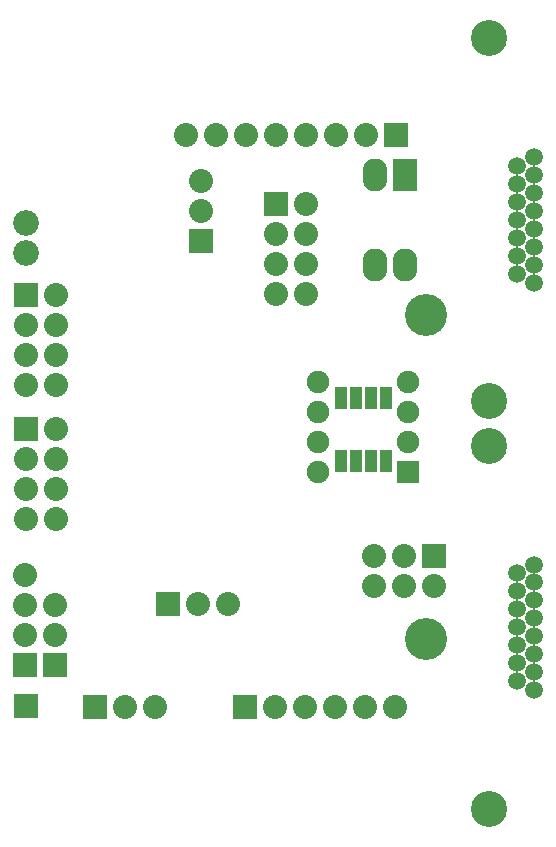
<source format=gbs>
G04 (created by PCBNEW (2013-07-07 BZR 4022)-stable) date 16/09/2013 17:45:25*
%MOIN*%
G04 Gerber Fmt 3.4, Leading zero omitted, Abs format*
%FSLAX34Y34*%
G01*
G70*
G90*
G04 APERTURE LIST*
%ADD10C,0.00590551*%
%ADD11R,0.0436X0.0751*%
%ADD12C,0.14*%
%ADD13R,0.08X0.08*%
%ADD14C,0.08*%
%ADD15C,0.0593701*%
%ADD16C,0.12*%
%ADD17C,0.086*%
%ADD18R,0.075X0.075*%
%ADD19C,0.075*%
%ADD20R,0.082X0.11*%
%ADD21O,0.082X0.11*%
G04 APERTURE END LIST*
G54D10*
G54D11*
X34718Y-35607D03*
X34718Y-37707D03*
X34218Y-35607D03*
X33718Y-35607D03*
X33218Y-35607D03*
X34218Y-37707D03*
X33718Y-37707D03*
X33218Y-37707D03*
G54D12*
X36060Y-32856D03*
X36060Y-43645D03*
G54D13*
X25039Y-45905D03*
G54D14*
X26039Y-45905D03*
X27039Y-45905D03*
G54D13*
X23712Y-44507D03*
G54D14*
X23712Y-43507D03*
X23712Y-42507D03*
G54D15*
X39677Y-27574D03*
X39086Y-27874D03*
X39677Y-28173D03*
X39086Y-28472D03*
X39677Y-28771D03*
X39086Y-29070D03*
X39677Y-29370D03*
X39086Y-29669D03*
X39677Y-29968D03*
X39086Y-30267D03*
X39677Y-30566D03*
X39086Y-30866D03*
X39677Y-31165D03*
X39086Y-31464D03*
X39677Y-31763D03*
G54D16*
X38177Y-23620D03*
X38177Y-35718D03*
G54D15*
X39677Y-41157D03*
X39086Y-41456D03*
X39677Y-41755D03*
X39086Y-42055D03*
X39677Y-42354D03*
X39086Y-42653D03*
X39677Y-42952D03*
X39086Y-43251D03*
X39677Y-43551D03*
X39086Y-43850D03*
X39677Y-44149D03*
X39086Y-44448D03*
X39677Y-44748D03*
X39086Y-45047D03*
X39677Y-45346D03*
G54D16*
X38177Y-37202D03*
X38177Y-49301D03*
G54D17*
X22748Y-29759D03*
X22748Y-30759D03*
G54D13*
X36346Y-40881D03*
G54D14*
X36346Y-41881D03*
X35346Y-40881D03*
X35346Y-41881D03*
X34346Y-40881D03*
X34346Y-41881D03*
G54D13*
X22708Y-44496D03*
G54D14*
X22708Y-43496D03*
X22708Y-42496D03*
X22708Y-41496D03*
G54D13*
X31066Y-29153D03*
G54D14*
X32066Y-29153D03*
X31066Y-30153D03*
X32066Y-30153D03*
X31066Y-31153D03*
X32066Y-31153D03*
X31066Y-32153D03*
X32066Y-32153D03*
G54D13*
X22720Y-32185D03*
G54D14*
X23720Y-32185D03*
X22720Y-33185D03*
X23720Y-33185D03*
X22720Y-34185D03*
X23720Y-34185D03*
X22720Y-35185D03*
X23720Y-35185D03*
G54D13*
X22720Y-36633D03*
G54D14*
X23720Y-36633D03*
X22720Y-37633D03*
X23720Y-37633D03*
X22720Y-38633D03*
X23720Y-38633D03*
X22720Y-39633D03*
X23720Y-39633D03*
G54D13*
X27456Y-42464D03*
G54D14*
X28456Y-42464D03*
X29456Y-42464D03*
G54D13*
X28555Y-30374D03*
G54D14*
X28555Y-29374D03*
X28555Y-28374D03*
G54D13*
X22748Y-45889D03*
G54D18*
X35468Y-38059D03*
G54D19*
X35468Y-37059D03*
X35468Y-36059D03*
X35468Y-35059D03*
X32468Y-35059D03*
X32468Y-36059D03*
X32468Y-37059D03*
X32468Y-38059D03*
G54D13*
X35062Y-26826D03*
G54D14*
X34062Y-26826D03*
X33062Y-26826D03*
X32062Y-26826D03*
X31062Y-26826D03*
X30062Y-26826D03*
X29062Y-26826D03*
X28062Y-26826D03*
G54D13*
X30031Y-45909D03*
G54D14*
X31031Y-45909D03*
X32031Y-45909D03*
X33031Y-45909D03*
X34031Y-45909D03*
X35031Y-45909D03*
G54D20*
X35362Y-28169D03*
G54D21*
X34362Y-28169D03*
X34362Y-31169D03*
X35362Y-31169D03*
M02*

</source>
